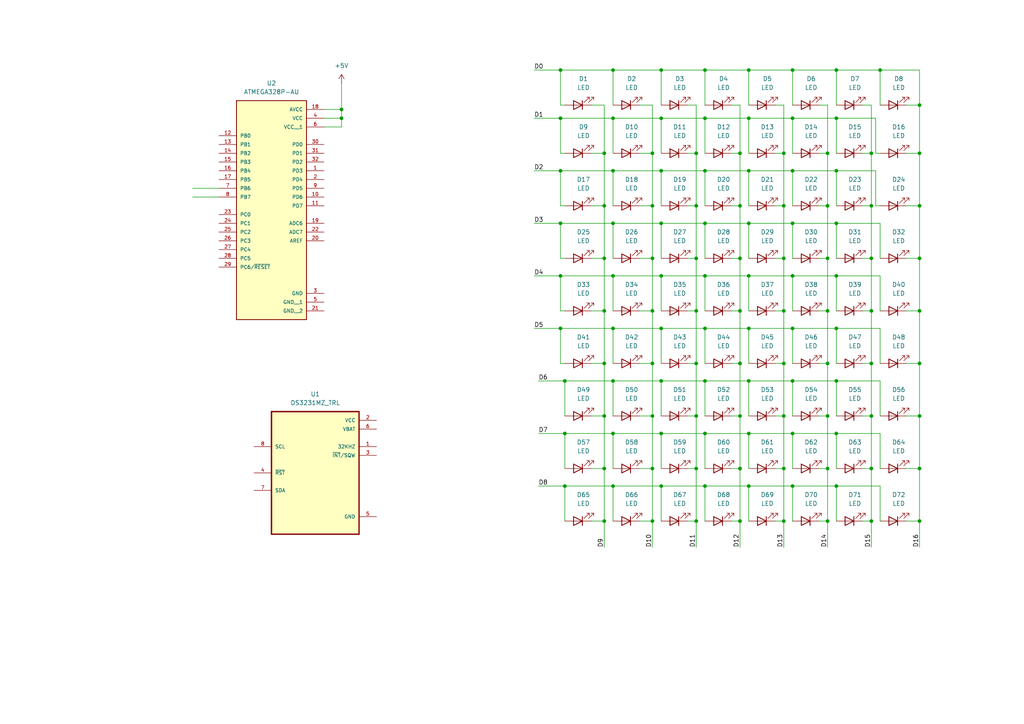
<source format=kicad_sch>
(kicad_sch (version 20250114) (generator "eeschema") (generator_version "9.0")
  (paper "A4")
  (lib_symbols
    (symbol "Device:LED" (pin_numbers (hide yes)) (pin_names (offset 1.016) (hide yes))
      (property "Reference" "D" (at 0 2.54 0))
      (property "Value" "LED" (at 0 -2.54 0))
      (symbol "LED_0_1"
        (polyline (pts (xy -3.048 -0.762) (xy -4.572 -2.286) (xy -3.81 -2.286) (xy -4.572 -2.286) (xy -4.572 -1.524)))
        (polyline (pts (xy -1.778 -0.762) (xy -3.302 -2.286) (xy -2.54 -2.286) (xy -3.302 -2.286) (xy -3.302 -1.524)))
        (polyline (pts (xy -1.27 0) (xy 1.27 0)))
        (polyline (pts (xy -1.27 -1.27) (xy -1.27 1.27)) (stroke (width 0.254)))
        (polyline (pts (xy 1.27 -1.27) (xy 1.27 1.27) (xy -1.27 0) (xy 1.27 -1.27)) (stroke (width 0.254)))
      )
      (symbol "LED_1_1"
        (pin passive line (at -3.81 0 0) (length 2.54) (name "K") (number "1"))
        (pin passive line (at 3.81 0 180) (length 2.54) (name "A") (number "2"))
      )
    )
    (symbol "ESC:ATMEGA328P-AU" (pin_names (offset 1.016))
      (property "Reference" "U" (at -10.1755 29.2546 0))
      (property "Value" "ATMEGA328P-AU" (at -10.1669 -39.3914 0))
      (symbol "ATMEGA328P-AU_0_0"
        (rectangle (start -10.16 -35.56) (end 10.16 27.94) (stroke (width 0.254)) (fill (type background)))
        (pin bidirectional line (at -15.24 17.78 0) (length 5.08) (name "PB0") (number "12"))
        (pin bidirectional line (at -15.24 15.24 0) (length 5.08) (name "PB1") (number "13"))
        (pin bidirectional line (at -15.24 12.7 0) (length 5.08) (name "PB2") (number "14"))
        (pin bidirectional line (at -15.24 10.16 0) (length 5.08) (name "PB3") (number "15"))
        (pin bidirectional line (at -15.24 7.62 0) (length 5.08) (name "PB4") (number "16"))
        (pin bidirectional line (at -15.24 5.08 0) (length 5.08) (name "PB5") (number "17"))
        (pin bidirectional line (at -15.24 2.54 0) (length 5.08) (name "PB6") (number "7"))
        (pin bidirectional line (at -15.24 0 0) (length 5.08) (name "PB7") (number "8"))
        (pin bidirectional line (at -15.24 -5.08 0) (length 5.08) (name "PC0") (number "23"))
        (pin bidirectional line (at -15.24 -7.62 0) (length 5.08) (name "PC1") (number "24"))
        (pin bidirectional line (at -15.24 -10.16 0) (length 5.08) (name "PC2") (number "25"))
        (pin bidirectional line (at -15.24 -12.7 0) (length 5.08) (name "PC3") (number "26"))
        (pin bidirectional line (at -15.24 -15.24 0) (length 5.08) (name "PC4") (number "27"))
        (pin bidirectional line (at -15.24 -17.78 0) (length 5.08) (name "PC5") (number "28"))
        (pin bidirectional line (at -15.24 -20.32 0) (length 5.08) (name "PC6/~{RESET}") (number "29"))
        (pin power_in line (at 15.24 25.4 180) (length 5.08) (name "AVCC") (number "18"))
        (pin power_in line (at 15.24 22.86 180) (length 5.08) (name "VCC") (number "4"))
        (pin power_in line (at 15.24 20.32 180) (length 5.08) (name "VCC__1") (number "6"))
        (pin bidirectional line (at 15.24 15.24 180) (length 5.08) (name "PD0") (number "30"))
        (pin bidirectional line (at 15.24 12.7 180) (length 5.08) (name "PD1") (number "31"))
        (pin bidirectional line (at 15.24 10.16 180) (length 5.08) (name "PD2") (number "32"))
        (pin bidirectional line (at 15.24 7.62 180) (length 5.08) (name "PD3") (number "1"))
        (pin bidirectional line (at 15.24 5.08 180) (length 5.08) (name "PD4") (number "2"))
        (pin bidirectional line (at 15.24 2.54 180) (length 5.08) (name "PD5") (number "9"))
        (pin bidirectional line (at 15.24 0 180) (length 5.08) (name "PD6") (number "10"))
        (pin bidirectional line (at 15.24 -2.54 180) (length 5.08) (name "PD7") (number "11"))
        (pin bidirectional line (at 15.24 -7.62 180) (length 5.08) (name "ADC6") (number "19"))
        (pin bidirectional line (at 15.24 -10.16 180) (length 5.08) (name "ADC7") (number "22"))
        (pin input line (at 15.24 -12.7 180) (length 5.08) (name "AREF") (number "20"))
        (pin power_in line (at 15.24 -27.94 180) (length 5.08) (name "GND") (number "3"))
        (pin power_in line (at 15.24 -30.48 180) (length 5.08) (name "GND__1") (number "5"))
        (pin power_in line (at 15.24 -33.02 180) (length 5.08) (name "GND__2") (number "21"))
      )
    )
    (symbol "ESC:DS3231MZ_TRL" (pin_names (offset 1.016))
      (property "Reference" "U" (at -12.7 18.78 0))
      (property "Value" "DS3231MZ_TRL" (at -12.7 -21.78 0))
      (symbol "DS3231MZ_TRL_0_0"
        (rectangle (start -12.7 -17.78) (end 12.7 17.78) (stroke (width 0.41)) (fill (type background)))
        (pin input line (at -17.78 7.62 0) (length 5.08) (name "SCL") (number "8"))
        (pin bidirectional line (at -17.78 0 0) (length 5.08) (name "~{RST}") (number "4"))
        (pin bidirectional line (at -17.78 -5.08 0) (length 5.08) (name "SDA") (number "7"))
        (pin power_in line (at 17.78 15.24 180) (length 5.08) (name "VCC") (number "2"))
        (pin power_in line (at 17.78 12.7 180) (length 5.08) (name "VBAT") (number "6"))
        (pin output line (at 17.78 7.62 180) (length 5.08) (name "32KHZ") (number "1"))
        (pin output line (at 17.78 5.08 180) (length 5.08) (name "~{INT}/SQW") (number "3"))
        (pin power_in line (at 17.78 -12.7 180) (length 5.08) (name "GND") (number "5"))
      )
    )
    (symbol "power:+5V" (power) (pin_numbers (hide yes)) (pin_names (offset 0) (hide yes))
      (property "Value" "+5V" (at 0 3.556 0))
      (symbol "+5V_0_1"
        (polyline (pts (xy -0.762 1.27) (xy 0 2.54)))
        (polyline (pts (xy 0 2.54) (xy 0.762 1.27)))
        (polyline (pts (xy 0 0) (xy 0 2.54)))
      )
      (symbol "+5V_1_1"
        (pin power_in line (at 0 0 90) (length 0) (name "~") (number "1"))
      )
    )
  )
  (junction (at 266.7 74.93))
  (junction (at 229.87 49.53))
  (junction (at 217.17 34.29))
  (junction (at 242.57 140.97))
  (junction (at 266.7 59.69))
  (junction (at 242.57 110.49))
  (junction (at 214.63 151.13))
  (junction (at 229.87 34.29))
  (junction (at 242.57 34.29))
  (junction (at 189.23 135.89))
  (junction (at 266.7 90.17))
  (junction (at 240.03 74.93))
  (junction (at 191.77 34.29))
  (junction (at 175.26 151.13))
  (junction (at 189.23 90.17))
  (junction (at 189.23 151.13))
  (junction (at 217.17 110.49))
  (junction (at 266.7 120.65))
  (junction (at 229.87 95.25))
  (junction (at 229.87 80.01))
  (junction (at 177.8 20.32))
  (junction (at 177.8 140.97))
  (junction (at 240.03 135.89))
  (junction (at 201.93 90.17))
  (junction (at 240.03 151.13))
  (junction (at 214.63 105.41))
  (junction (at 191.77 140.97))
  (junction (at 204.47 95.25))
  (junction (at 240.03 105.41))
  (junction (at 162.56 49.53))
  (junction (at 227.33 59.69))
  (junction (at 204.47 110.49))
  (junction (at 175.26 105.41))
  (junction (at 229.87 140.97))
  (junction (at 252.73 59.69))
  (junction (at 240.03 120.65))
  (junction (at 191.77 125.73))
  (junction (at 214.63 90.17))
  (junction (at 175.26 44.45))
  (junction (at 227.33 74.93))
  (junction (at 252.73 44.45))
  (junction (at 242.57 49.53))
  (junction (at 217.17 80.01))
  (junction (at 242.57 20.32))
  (junction (at 266.7 151.13))
  (junction (at 201.93 74.93))
  (junction (at 229.87 20.32))
  (junction (at 227.33 135.89))
  (junction (at 204.47 80.01))
  (junction (at 189.23 120.65))
  (junction (at 204.47 49.53))
  (junction (at 214.63 135.89))
  (junction (at 189.23 59.69))
  (junction (at 227.33 90.17))
  (junction (at 201.93 44.45))
  (junction (at 189.23 74.93))
  (junction (at 162.56 20.32))
  (junction (at 162.56 64.77))
  (junction (at 201.93 135.89))
  (junction (at 191.77 95.25))
  (junction (at 252.73 151.13))
  (junction (at 204.47 140.97))
  (junction (at 227.33 44.45))
  (junction (at 242.57 125.73))
  (junction (at 162.56 80.01))
  (junction (at 99.06 31.75))
  (junction (at 204.47 34.29))
  (junction (at 163.83 125.73))
  (junction (at 240.03 59.69))
  (junction (at 177.8 110.49))
  (junction (at 240.03 90.17))
  (junction (at 191.77 80.01))
  (junction (at 217.17 64.77))
  (junction (at 242.57 95.25))
  (junction (at 191.77 64.77))
  (junction (at 201.93 120.65))
  (junction (at 229.87 125.73))
  (junction (at 252.73 105.41))
  (junction (at 177.8 80.01))
  (junction (at 214.63 120.65))
  (junction (at 214.63 44.45))
  (junction (at 227.33 120.65))
  (junction (at 175.26 74.93))
  (junction (at 201.93 59.69))
  (junction (at 191.77 20.32))
  (junction (at 252.73 120.65))
  (junction (at 175.26 59.69))
  (junction (at 217.17 49.53))
  (junction (at 177.8 49.53))
  (junction (at 177.8 64.77))
  (junction (at 266.7 105.41))
  (junction (at 175.26 135.89))
  (junction (at 189.23 44.45))
  (junction (at 175.26 90.17))
  (junction (at 214.63 59.69))
  (junction (at 255.27 20.32))
  (junction (at 266.7 44.45))
  (junction (at 252.73 135.89))
  (junction (at 163.83 140.97))
  (junction (at 189.23 105.41))
  (junction (at 175.26 120.65))
  (junction (at 162.56 95.25))
  (junction (at 217.17 125.73))
  (junction (at 177.8 95.25))
  (junction (at 227.33 151.13))
  (junction (at 177.8 125.73))
  (junction (at 252.73 74.93))
  (junction (at 229.87 110.49))
  (junction (at 163.83 110.49))
  (junction (at 217.17 95.25))
  (junction (at 204.47 125.73))
  (junction (at 242.57 80.01))
  (junction (at 266.7 30.48))
  (junction (at 229.87 64.77))
  (junction (at 217.17 20.32))
  (junction (at 177.8 34.29))
  (junction (at 227.33 105.41))
  (junction (at 252.73 90.17))
  (junction (at 201.93 105.41))
  (junction (at 162.56 34.29))
  (junction (at 191.77 49.53))
  (junction (at 242.57 64.77))
  (junction (at 191.77 110.49))
  (junction (at 99.06 34.29))
  (junction (at 266.7 135.89))
  (junction (at 217.17 140.97))
  (junction (at 201.93 151.13))
  (junction (at 214.63 74.93))
  (junction (at 240.03 44.45))
  (junction (at 204.47 64.77))
  (junction (at 204.47 20.32))
  (wire (pts (xy 199.39 90.17) (xy 201.93 90.17)))
  (wire (pts (xy 237.49 120.65) (xy 240.03 120.65)))
  (wire (pts (xy 154.94 49.53) (xy 162.56 49.53)))
  (wire (pts (xy 214.63 135.89) (xy 214.63 120.65)))
  (wire (pts (xy 162.56 34.29) (xy 177.8 34.29)))
  (wire (pts (xy 162.56 64.77) (xy 162.56 74.93)))
  (wire (pts (xy 171.45 105.41) (xy 175.26 105.41)))
  (wire (pts (xy 204.47 80.01) (xy 204.47 90.17)))
  (wire (pts (xy 191.77 125.73) (xy 191.77 135.89)))
  (wire (pts (xy 201.93 74.93) (xy 201.93 90.17)))
  (wire (pts (xy 199.39 135.89) (xy 201.93 135.89)))
  (wire (pts (xy 255.27 80.01) (xy 242.57 80.01)))
  (wire (pts (xy 171.45 135.89) (xy 175.26 135.89)))
  (wire (pts (xy 204.47 49.53) (xy 217.17 49.53)))
  (wire (pts (xy 189.23 44.45) (xy 189.23 59.69)))
  (wire (pts (xy 250.19 135.89) (xy 252.73 135.89)))
  (wire (pts (xy 240.03 151.13) (xy 240.03 135.89)))
  (wire (pts (xy 227.33 158.75) (xy 227.33 151.13)))
  (wire (pts (xy 191.77 80.01) (xy 191.77 90.17)))
  (wire (pts (xy 217.17 80.01) (xy 204.47 80.01)))
  (wire (pts (xy 242.57 34.29) (xy 254 34.29)))
  (wire (pts (xy 204.47 95.25) (xy 191.77 95.25)))
  (wire (pts (xy 162.56 20.32) (xy 177.8 20.32)))
  (wire (pts (xy 217.17 64.77) (xy 204.47 64.77)))
  (wire (pts (xy 224.79 135.89) (xy 227.33 135.89)))
  (wire (pts (xy 266.7 151.13) (xy 266.7 135.89)))
  (wire (pts (xy 262.89 59.69) (xy 266.7 59.69)))
  (wire (pts (xy 252.73 105.41) (xy 252.73 120.65)))
  (wire (pts (xy 262.89 105.41) (xy 266.7 105.41)))
  (wire (pts (xy 191.77 49.53) (xy 204.47 49.53)))
  (wire (pts (xy 177.8 140.97) (xy 163.83 140.97)))
  (wire (pts (xy 227.33 105.41) (xy 227.33 120.65)))
  (wire (pts (xy 177.8 64.77) (xy 177.8 74.93)))
  (wire (pts (xy 154.94 34.29) (xy 162.56 34.29)))
  (wire (pts (xy 191.77 34.29) (xy 204.47 34.29)))
  (wire (pts (xy 242.57 49.53) (xy 254 49.53)))
  (wire (pts (xy 171.45 59.69) (xy 175.26 59.69)))
  (wire (pts (xy 171.45 74.93) (xy 175.26 74.93)))
  (wire (pts (xy 255.27 20.32) (xy 266.7 20.32)))
  (wire (pts (xy 55.88 57.15) (xy 63.5 57.15)))
  (wire (pts (xy 217.17 49.53) (xy 229.87 49.53)))
  (wire (pts (xy 163.83 59.69) (xy 162.56 59.69)))
  (wire (pts (xy 227.33 151.13) (xy 224.79 151.13)))
  (wire (pts (xy 55.88 54.61) (xy 63.5 54.61)))
  (wire (pts (xy 191.77 34.29) (xy 191.77 44.45)))
  (wire (pts (xy 162.56 95.25) (xy 162.56 105.41)))
  (wire (pts (xy 162.56 44.45) (xy 162.56 34.29)))
  (wire (pts (xy 214.63 151.13) (xy 214.63 135.89)))
  (wire (pts (xy 201.93 44.45) (xy 201.93 59.69)))
  (wire (pts (xy 199.39 30.48) (xy 201.93 30.48)))
  (wire (pts (xy 191.77 95.25) (xy 191.77 105.41)))
  (wire (pts (xy 217.17 140.97) (xy 229.87 140.97)))
  (wire (pts (xy 229.87 80.01) (xy 217.17 80.01)))
  (wire (pts (xy 242.57 34.29) (xy 242.57 44.45)))
  (wire (pts (xy 254 44.45) (xy 254 34.29)))
  (wire (pts (xy 204.47 140.97) (xy 204.47 151.13)))
  (wire (pts (xy 177.8 20.32) (xy 177.8 30.48)))
  (wire (pts (xy 237.49 105.41) (xy 240.03 105.41)))
  (wire (pts (xy 163.83 110.49) (xy 163.83 120.65)))
  (wire (pts (xy 191.77 64.77) (xy 191.77 74.93)))
  (wire (pts (xy 237.49 44.45) (xy 240.03 44.45)))
  (wire (pts (xy 201.93 120.65) (xy 201.93 135.89)))
  (wire (pts (xy 214.63 74.93) (xy 214.63 59.69)))
  (wire (pts (xy 229.87 64.77) (xy 229.87 74.93)))
  (wire (pts (xy 266.7 90.17) (xy 266.7 74.93)))
  (wire (pts (xy 177.8 95.25) (xy 162.56 95.25)))
  (wire (pts (xy 240.03 120.65) (xy 240.03 105.41)))
  (wire (pts (xy 191.77 20.32) (xy 204.47 20.32)))
  (wire (pts (xy 199.39 74.93) (xy 201.93 74.93)))
  (wire (pts (xy 229.87 20.32) (xy 242.57 20.32)))
  (wire (pts (xy 250.19 59.69) (xy 252.73 59.69)))
  (wire (pts (xy 212.09 44.45) (xy 214.63 44.45)))
  (wire (pts (xy 204.47 34.29) (xy 217.17 34.29)))
  (wire (pts (xy 177.8 80.01) (xy 177.8 90.17)))
  (wire (pts (xy 224.79 90.17) (xy 227.33 90.17)))
  (wire (pts (xy 175.26 74.93) (xy 175.26 90.17)))
  (wire (pts (xy 242.57 20.32) (xy 242.57 30.48)))
  (wire (pts (xy 217.17 49.53) (xy 217.17 59.69)))
  (wire (pts (xy 250.19 90.17) (xy 252.73 90.17)))
  (wire (pts (xy 156.21 125.73) (xy 163.83 125.73)))
  (wire (pts (xy 242.57 110.49) (xy 229.87 110.49)))
  (wire (pts (xy 266.7 120.65) (xy 266.7 105.41)))
  (wire (pts (xy 242.57 64.77) (xy 242.57 74.93)))
  (wire (pts (xy 217.17 80.01) (xy 217.17 90.17)))
  (wire (pts (xy 175.26 158.75) (xy 175.26 151.13)))
  (wire (pts (xy 240.03 135.89) (xy 240.03 120.65)))
  (wire (pts (xy 242.57 20.32) (xy 255.27 20.32)))
  (wire (pts (xy 252.73 59.69) (xy 252.73 74.93)))
  (wire (pts (xy 240.03 158.75) (xy 240.03 151.13)))
  (wire (pts (xy 189.23 120.65) (xy 189.23 135.89)))
  (wire (pts (xy 177.8 110.49) (xy 163.83 110.49)))
  (wire (pts (xy 242.57 125.73) (xy 229.87 125.73)))
  (wire (pts (xy 177.8 125.73) (xy 163.83 125.73)))
  (wire (pts (xy 217.17 140.97) (xy 217.17 151.13)))
  (wire (pts (xy 177.8 140.97) (xy 177.8 151.13)))
  (wire (pts (xy 177.8 20.32) (xy 191.77 20.32)))
  (wire (pts (xy 93.98 36.83) (xy 99.06 36.83)))
  (wire (pts (xy 237.49 151.13) (xy 240.03 151.13)))
  (wire (pts (xy 214.63 105.41) (xy 214.63 90.17)))
  (wire (pts (xy 212.09 90.17) (xy 214.63 90.17)))
  (wire (pts (xy 177.8 110.49) (xy 177.8 120.65)))
  (wire (pts (xy 255.27 120.65) (xy 255.27 110.49)))
  (wire (pts (xy 162.56 49.53) (xy 177.8 49.53)))
  (wire (pts (xy 224.79 74.93) (xy 227.33 74.93)))
  (wire (pts (xy 204.47 140.97) (xy 191.77 140.97)))
  (wire (pts (xy 217.17 110.49) (xy 217.17 120.65)))
  (wire (pts (xy 99.06 34.29) (xy 99.06 36.83)))
  (wire (pts (xy 237.49 90.17) (xy 240.03 90.17)))
  (wire (pts (xy 212.09 135.89) (xy 214.63 135.89)))
  (wire (pts (xy 242.57 140.97) (xy 242.57 151.13)))
  (wire (pts (xy 255.27 64.77) (xy 242.57 64.77)))
  (wire (pts (xy 255.27 105.41) (xy 255.27 95.25)))
  (wire (pts (xy 227.33 135.89) (xy 227.33 151.13)))
  (wire (pts (xy 229.87 95.25) (xy 229.87 105.41)))
  (wire (pts (xy 252.73 44.45) (xy 252.73 59.69)))
  (wire (pts (xy 266.7 105.41) (xy 266.7 90.17)))
  (wire (pts (xy 171.45 120.65) (xy 175.26 120.65)))
  (wire (pts (xy 242.57 80.01) (xy 229.87 80.01)))
  (wire (pts (xy 262.89 120.65) (xy 266.7 120.65)))
  (wire (pts (xy 240.03 44.45) (xy 240.03 30.48)))
  (wire (pts (xy 242.57 80.01) (xy 242.57 90.17)))
  (wire (pts (xy 175.26 44.45) (xy 175.26 59.69)))
  (wire (pts (xy 204.47 110.49) (xy 191.77 110.49)))
  (wire (pts (xy 189.23 151.13) (xy 185.42 151.13)))
  (wire (pts (xy 229.87 125.73) (xy 217.17 125.73)))
  (wire (pts (xy 163.83 125.73) (xy 163.83 135.89)))
  (wire (pts (xy 204.47 34.29) (xy 204.47 44.45)))
  (wire (pts (xy 242.57 95.25) (xy 242.57 105.41)))
  (wire (pts (xy 250.19 30.48) (xy 252.73 30.48)))
  (wire (pts (xy 266.7 30.48) (xy 266.7 44.45)))
  (wire (pts (xy 262.89 74.93) (xy 266.7 74.93)))
  (wire (pts (xy 214.63 158.75) (xy 214.63 151.13)))
  (wire (pts (xy 201.93 59.69) (xy 201.93 74.93)))
  (wire (pts (xy 185.42 120.65) (xy 189.23 120.65)))
  (wire (pts (xy 237.49 74.93) (xy 240.03 74.93)))
  (wire (pts (xy 177.8 125.73) (xy 177.8 135.89)))
  (wire (pts (xy 204.47 49.53) (xy 204.47 59.69)))
  (wire (pts (xy 212.09 105.41) (xy 214.63 105.41)))
  (wire (pts (xy 185.42 44.45) (xy 189.23 44.45)))
  (wire (pts (xy 229.87 110.49) (xy 229.87 120.65)))
  (wire (pts (xy 266.7 30.48) (xy 262.89 30.48)))
  (wire (pts (xy 250.19 120.65) (xy 252.73 120.65)))
  (wire (pts (xy 227.33 44.45) (xy 227.33 59.69)))
  (wire (pts (xy 191.77 110.49) (xy 177.8 110.49)))
  (wire (pts (xy 189.23 74.93) (xy 189.23 90.17)))
  (wire (pts (xy 191.77 140.97) (xy 177.8 140.97)))
  (wire (pts (xy 262.89 90.17) (xy 266.7 90.17)))
  (wire (pts (xy 189.23 90.17) (xy 189.23 105.41)))
  (wire (pts (xy 229.87 95.25) (xy 217.17 95.25)))
  (wire (pts (xy 240.03 30.48) (xy 237.49 30.48)))
  (wire (pts (xy 171.45 90.17) (xy 175.26 90.17)))
  (wire (pts (xy 229.87 49.53) (xy 242.57 49.53)))
  (wire (pts (xy 214.63 90.17) (xy 214.63 74.93)))
  (wire (pts (xy 191.77 49.53) (xy 191.77 59.69)))
  (wire (pts (xy 252.73 151.13) (xy 250.19 151.13)))
  (wire (pts (xy 189.23 158.75) (xy 189.23 151.13)))
  (wire (pts (xy 177.8 95.25) (xy 177.8 105.41)))
  (wire (pts (xy 266.7 74.93) (xy 266.7 59.69)))
  (wire (pts (xy 242.57 95.25) (xy 229.87 95.25)))
  (wire (pts (xy 255.27 110.49) (xy 242.57 110.49)))
  (wire (pts (xy 204.47 110.49) (xy 204.47 120.65)))
  (wire (pts (xy 255.27 95.25) (xy 242.57 95.25)))
  (wire (pts (xy 175.26 30.48) (xy 175.26 44.45)))
  (wire (pts (xy 224.79 30.48) (xy 227.33 30.48)))
  (wire (pts (xy 217.17 125.73) (xy 204.47 125.73)))
  (wire (pts (xy 162.56 90.17) (xy 163.83 90.17)))
  (wire (pts (xy 185.42 135.89) (xy 189.23 135.89)))
  (wire (pts (xy 162.56 80.01) (xy 162.56 90.17)))
  (wire (pts (xy 255.27 90.17) (xy 255.27 80.01)))
  (wire (pts (xy 162.56 74.93) (xy 163.83 74.93)))
  (wire (pts (xy 229.87 140.97) (xy 242.57 140.97)))
  (wire (pts (xy 227.33 30.48) (xy 227.33 44.45)))
  (wire (pts (xy 217.17 140.97) (xy 204.47 140.97)))
  (wire (pts (xy 217.17 64.77) (xy 217.17 74.93)))
  (wire (pts (xy 242.57 49.53) (xy 242.57 59.69)))
  (wire (pts (xy 191.77 140.97) (xy 191.77 151.13)))
  (wire (pts (xy 229.87 80.01) (xy 229.87 90.17)))
  (wire (pts (xy 201.93 158.75) (xy 201.93 151.13)))
  (wire (pts (xy 154.94 20.32) (xy 162.56 20.32)))
  (wire (pts (xy 201.93 135.89) (xy 201.93 151.13)))
  (wire (pts (xy 175.26 135.89) (xy 175.26 151.13)))
  (wire (pts (xy 214.63 120.65) (xy 214.63 105.41)))
  (wire (pts (xy 229.87 34.29) (xy 242.57 34.29)))
  (wire (pts (xy 217.17 95.25) (xy 217.17 105.41)))
  (wire (pts (xy 177.8 80.01) (xy 162.56 80.01)))
  (wire (pts (xy 252.73 90.17) (xy 252.73 105.41)))
  (wire (pts (xy 262.89 135.89) (xy 266.7 135.89)))
  (wire (pts (xy 201.93 105.41) (xy 201.93 120.65)))
  (wire (pts (xy 199.39 44.45) (xy 201.93 44.45)))
  (wire (pts (xy 240.03 74.93) (xy 240.03 59.69)))
  (wire (pts (xy 212.09 151.13) (xy 214.63 151.13)))
  (wire (pts (xy 242.57 110.49) (xy 242.57 120.65)))
  (wire (pts (xy 224.79 59.69) (xy 227.33 59.69)))
  (wire (pts (xy 204.47 20.32) (xy 204.47 30.48)))
  (wire (pts (xy 99.06 31.75) (xy 99.06 34.29)))
  (wire (pts (xy 185.42 105.41) (xy 189.23 105.41)))
  (wire (pts (xy 93.98 34.29) (xy 99.06 34.29)))
  (wire (pts (xy 191.77 64.77) (xy 177.8 64.77)))
  (wire (pts (xy 229.87 49.53) (xy 229.87 59.69)))
  (wire (pts (xy 175.26 90.17) (xy 175.26 105.41)))
  (wire (pts (xy 191.77 20.32) (xy 191.77 30.48)))
  (wire (pts (xy 255.27 20.32) (xy 255.27 30.48)))
  (wire (pts (xy 217.17 34.29) (xy 229.87 34.29)))
  (wire (pts (xy 250.19 74.93) (xy 252.73 74.93)))
  (wire (pts (xy 227.33 120.65) (xy 227.33 135.89)))
  (wire (pts (xy 156.21 110.49) (xy 163.83 110.49)))
  (wire (pts (xy 229.87 64.77) (xy 217.17 64.77)))
  (wire (pts (xy 201.93 151.13) (xy 199.39 151.13)))
  (wire (pts (xy 199.39 59.69) (xy 201.93 59.69)))
  (wire (pts (xy 154.94 80.01) (xy 162.56 80.01)))
  (wire (pts (xy 177.8 49.53) (xy 191.77 49.53)))
  (wire (pts (xy 204.47 125.73) (xy 204.47 135.89)))
  (wire (pts (xy 266.7 158.75) (xy 266.7 151.13)))
  (wire (pts (xy 217.17 110.49) (xy 204.47 110.49)))
  (wire (pts (xy 177.8 64.77) (xy 162.56 64.77)))
  (wire (pts (xy 175.26 120.65) (xy 175.26 135.89)))
  (wire (pts (xy 191.77 125.73) (xy 177.8 125.73)))
  (wire (pts (xy 214.63 59.69) (xy 214.63 44.45)))
  (wire (pts (xy 224.79 120.65) (xy 227.33 120.65)))
  (wire (pts (xy 185.42 90.17) (xy 189.23 90.17)))
  (wire (pts (xy 266.7 135.89) (xy 266.7 120.65)))
  (wire (pts (xy 229.87 151.13) (xy 229.87 140.97)))
  (wire (pts (xy 237.49 59.69) (xy 240.03 59.69)))
  (wire (pts (xy 255.27 151.13) (xy 255.27 140.97)))
  (wire (pts (xy 252.73 158.75) (xy 252.73 151.13)))
  (wire (pts (xy 212.09 59.69) (xy 214.63 59.69)))
  (wire (pts (xy 177.8 49.53) (xy 177.8 59.69)))
  (wire (pts (xy 242.57 125.73) (xy 242.57 135.89)))
  (wire (pts (xy 185.42 59.69) (xy 189.23 59.69)))
  (wire (pts (xy 224.79 105.41) (xy 227.33 105.41)))
  (wire (pts (xy 175.26 105.41) (xy 175.26 120.65)))
  (wire (pts (xy 204.47 64.77) (xy 204.47 74.93)))
  (wire (pts (xy 191.77 110.49) (xy 191.77 120.65)))
  (wire (pts (xy 99.06 24.13) (xy 99.06 31.75)))
  (wire (pts (xy 189.23 59.69) (xy 189.23 74.93)))
  (wire (pts (xy 255.27 125.73) (xy 242.57 125.73)))
  (wire (pts (xy 154.94 95.25) (xy 162.56 95.25)))
  (wire (pts (xy 255.27 135.89) (xy 255.27 125.73)))
  (wire (pts (xy 156.21 140.97) (xy 163.83 140.97)))
  (wire (pts (xy 240.03 90.17) (xy 240.03 74.93)))
  (wire (pts (xy 227.33 74.93) (xy 227.33 90.17)))
  (wire (pts (xy 229.87 110.49) (xy 217.17 110.49)))
  (wire (pts (xy 252.73 135.89) (xy 252.73 151.13)))
  (wire (pts (xy 250.19 44.45) (xy 252.73 44.45)))
  (wire (pts (xy 177.8 34.29) (xy 177.8 44.45)))
  (wire (pts (xy 204.47 95.25) (xy 204.47 105.41)))
  (wire (pts (xy 252.73 30.48) (xy 252.73 44.45)))
  (wire (pts (xy 199.39 120.65) (xy 201.93 120.65)))
  (wire (pts (xy 177.8 34.29) (xy 191.77 34.29)))
  (wire (pts (xy 204.47 80.01) (xy 191.77 80.01)))
  (wire (pts (xy 266.7 20.32) (xy 266.7 30.48)))
  (wire (pts (xy 175.26 59.69) (xy 175.26 74.93)))
  (wire (pts (xy 229.87 125.73) (xy 229.87 135.89)))
  (wire (pts (xy 240.03 59.69) (xy 240.03 44.45)))
  (wire (pts (xy 162.56 59.69) (xy 162.56 49.53)))
  (wire (pts (xy 189.23 105.41) (xy 189.23 120.65)))
  (wire (pts (xy 204.47 64.77) (xy 191.77 64.77)))
  (wire (pts (xy 162.56 105.41) (xy 163.83 105.41)))
  (wire (pts (xy 217.17 125.73) (xy 217.17 135.89)))
  (wire (pts (xy 217.17 20.32) (xy 229.87 20.32)))
  (wire (pts (xy 240.03 105.41) (xy 240.03 90.17)))
  (wire (pts (xy 252.73 74.93) (xy 252.73 90.17)))
  (wire (pts (xy 212.09 120.65) (xy 214.63 120.65)))
  (wire (pts (xy 214.63 30.48) (xy 212.09 30.48)))
  (wire (pts (xy 93.98 31.75) (xy 99.06 31.75)))
  (wire (pts (xy 171.45 30.48) (xy 175.26 30.48)))
  (wire (pts (xy 175.26 151.13) (xy 171.45 151.13)))
  (wire (pts (xy 204.47 20.32) (xy 217.17 20.32)))
  (wire (pts (xy 227.33 59.69) (xy 227.33 74.93)))
  (wire (pts (xy 227.33 90.17) (xy 227.33 105.41)))
  (wire (pts (xy 229.87 20.32) (xy 229.87 30.48)))
  (wire (pts (xy 163.83 30.48) (xy 162.56 30.48)))
  (wire (pts (xy 229.87 34.29) (xy 229.87 44.45)))
  (wire (pts (xy 201.93 90.17) (xy 201.93 105.41)))
  (wire (pts (xy 255.27 44.45) (xy 254 44.45)))
  (wire (pts (xy 250.19 105.41) (xy 252.73 105.41)))
  (wire (pts (xy 237.49 135.89) (xy 240.03 135.89)))
  (wire (pts (xy 201.93 30.48) (xy 201.93 44.45)))
  (wire (pts (xy 262.89 151.13) (xy 266.7 151.13)))
  (wire (pts (xy 154.94 64.77) (xy 162.56 64.77)))
  (wire (pts (xy 199.39 105.41) (xy 201.93 105.41)))
  (wire (pts (xy 163.83 44.45) (xy 162.56 44.45)))
  (wire (pts (xy 189.23 135.89) (xy 189.23 151.13)))
  (wire (pts (xy 217.17 34.29) (xy 217.17 44.45)))
  (wire (pts (xy 262.89 44.45) (xy 266.7 44.45)))
  (wire (pts (xy 171.45 44.45) (xy 175.26 44.45)))
  (wire (pts (xy 191.77 95.25) (xy 177.8 95.25)))
  (wire (pts (xy 252.73 120.65) (xy 252.73 135.89)))
  (wire (pts (xy 266.7 59.69) (xy 266.7 44.45)))
  (wire (pts (xy 189.23 30.48) (xy 189.23 44.45)))
  (wire (pts (xy 185.42 74.93) (xy 189.23 74.93)))
  (wire (pts (xy 191.77 80.01) (xy 177.8 80.01)))
  (wire (pts (xy 224.79 44.45) (xy 227.33 44.45)))
  (wire (pts (xy 242.57 64.77) (xy 229.87 64.77)))
  (wire (pts (xy 254 49.53) (xy 254 59.69)))
  (wire (pts (xy 217.17 20.32) (xy 217.17 30.48)))
  (wire (pts (xy 162.56 30.48) (xy 162.56 20.32)))
  (wire (pts (xy 163.83 140.97) (xy 163.83 151.13)))
  (wire (pts (xy 212.09 74.93) (xy 214.63 74.93)))
  (wire (pts (xy 185.42 30.48) (xy 189.23 30.48)))
  (wire (pts (xy 204.47 125.73) (xy 191.77 125.73)))
  (wire (pts (xy 255.27 74.93) (xy 255.27 64.77)))
  (wire (pts (xy 254 59.69) (xy 255.27 59.69)))
  (wire (pts (xy 242.57 140.97) (xy 255.27 140.97)))
  (wire (pts (xy 217.17 95.25) (xy 204.47 95.25)))
  (wire (pts (xy 214.63 44.45) (xy 214.63 30.48)))
  (label "D9" (at 175.26 158.75 90))
  (label "D14" (at 240.03 158.75 90))
  (label "D12" (at 214.63 158.75 90))
  (label "D7" (at 156.21 125.73 0))
  (label "D5" (at 154.94 95.25 0))
  (label "D3" (at 154.94 64.77 0))
  (label "D0" (at 154.94 20.32 0))
  (label "D11" (at 201.93 158.75 90))
  (label "D8" (at 156.21 140.97 0))
  (label "D2" (at 154.94 49.53 0))
  (label "D6" (at 156.21 110.49 0))
  (label "D13" (at 227.33 158.75 90))
  (label "D4" (at 154.94 80.01 0))
  (label "D1" (at 154.94 34.29 0))
  (label "D10" (at 189.23 158.75 90))
  (label "D16" (at 266.7 158.75 90))
  (label "D15" (at 252.73 158.75 90))
  (symbol (lib_id "ESC:ATMEGA328P-AU") (at 78.74 57.15 0) (unit 1)
    (property "Reference" "U2" (at 78.74 24.13 0))
    (property "Value" "ATMEGA328P-AU" (at 78.74 26.67 0))
    (property "Footprint" "ATMEGA328P-AU:QFP80P900X900X120-32N" (effects (hide yes)))
    (property "PARTREV" "8271A" (effects (hide yes)))
    (property "STANDARD" "IPC-7351B" (effects (hide yes)))
    (property "MAXIMUM_PACKAGE_HEIGHT" "1.20mm" (effects (hide yes)))
    (property "MANUFACTURER" "Microchip" (effects (hide yes)))
  )
  (symbol (lib_id "Device:LED") (at 195.58 135.89 180) (unit 1)
    (property "Reference" "D59" (at 197.1675 128.27 0))
    (property "Value" "LED" (at 197.1675 130.81 0))
    (property "Description" "Light emitting diode" (effects (hide yes)))
    (property "Sim.Pins" "1=K 2=A" (effects (hide yes)))
  )
  (symbol (lib_id "Device:LED") (at 181.61 151.13 180) (unit 1)
    (property "Reference" "D66" (at 183.1975 143.51 0))
    (property "Value" "LED" (at 183.1975 146.05 0))
    (property "Description" "Light emitting diode" (effects (hide yes)))
    (property "Sim.Pins" "1=K 2=A" (effects (hide yes)))
  )
  (symbol (lib_id "Device:LED") (at 195.58 59.69 180) (unit 1)
    (property "Reference" "D19" (at 197.1675 52.07 0))
    (property "Value" "LED" (at 197.1675 54.61 0))
    (property "Description" "Light emitting diode" (effects (hide yes)))
    (property "Sim.Pins" "1=K 2=A" (effects (hide yes)))
  )
  (symbol (lib_id "Device:LED") (at 220.98 90.17 180) (unit 1)
    (property "Reference" "D37" (at 222.5675 82.55 0))
    (property "Value" "LED" (at 222.5675 85.09 0))
    (property "Description" "Light emitting diode" (effects (hide yes)))
    (property "Sim.Pins" "1=K 2=A" (effects (hide yes)))
  )
  (symbol (lib_id "Device:LED") (at 208.28 135.89 180) (unit 1)
    (property "Reference" "D60" (at 209.8675 128.27 0))
    (property "Value" "LED" (at 209.8675 130.81 0))
    (property "Description" "Light emitting diode" (effects (hide yes)))
    (property "Sim.Pins" "1=K 2=A" (effects (hide yes)))
  )
  (symbol (lib_id "Device:LED") (at 233.68 30.48 180) (unit 1)
    (property "Reference" "D6" (at 235.2675 22.86 0))
    (property "Value" "LED" (at 235.2675 25.4 0))
    (property "Description" "Light emitting diode" (effects (hide yes)))
    (property "Sim.Pins" "1=K 2=A" (effects (hide yes)))
  )
  (symbol (lib_id "Device:LED") (at 233.68 120.65 180) (unit 1)
    (property "Reference" "D54" (at 235.2675 113.03 0))
    (property "Value" "LED" (at 235.2675 115.57 0))
    (property "Description" "Light emitting diode" (effects (hide yes)))
    (property "Sim.Pins" "1=K 2=A" (effects (hide yes)))
  )
  (symbol (lib_id "Device:LED") (at 208.28 105.41 180) (unit 1)
    (property "Reference" "D44" (at 209.8675 97.79 0))
    (property "Value" "LED" (at 209.8675 100.33 0))
    (property "Description" "Light emitting diode" (effects (hide yes)))
    (property "Sim.Pins" "1=K 2=A" (effects (hide yes)))
  )
  (symbol (lib_id "power:+5V") (at 99.06 24.13 0) (unit 1)
    (property "Reference" "#PWR01" (effects (hide yes)))
    (property "Value" "+5V" (at 99.06 19.05 0))
    (property "Description" "Power symbol creates a global label with name \"+5V\"" (effects (hide yes)))
  )
  (symbol (lib_id "Device:LED") (at 208.28 151.13 180) (unit 1)
    (property "Reference" "D68" (at 209.8675 143.51 0))
    (property "Value" "LED" (at 209.8675 146.05 0))
    (property "Description" "Light emitting diode" (effects (hide yes)))
    (property "Sim.Pins" "1=K 2=A" (effects (hide yes)))
  )
  (symbol (lib_id "Device:LED") (at 220.98 151.13 180) (unit 1)
    (property "Reference" "D69" (at 222.5675 143.51 0))
    (property "Value" "LED" (at 222.5675 146.05 0))
    (property "Description" "Light emitting diode" (effects (hide yes)))
    (property "Sim.Pins" "1=K 2=A" (effects (hide yes)))
  )
  (symbol (lib_id "Device:LED") (at 233.68 135.89 180) (unit 1)
    (property "Reference" "D62" (at 235.2675 128.27 0))
    (property "Value" "LED" (at 235.2675 130.81 0))
    (property "Description" "Light emitting diode" (effects (hide yes)))
    (property "Sim.Pins" "1=K 2=A" (effects (hide yes)))
  )
  (symbol (lib_id "Device:LED") (at 181.61 44.45 180) (unit 1)
    (property "Reference" "D10" (at 183.1975 36.83 0))
    (property "Value" "LED" (at 183.1975 39.37 0))
    (property "Description" "Light emitting diode" (effects (hide yes)))
    (property "Sim.Pins" "1=K 2=A" (effects (hide yes)))
  )
  (symbol (lib_id "Device:LED") (at 246.38 44.45 180) (unit 1)
    (property "Reference" "D15" (at 247.9675 36.83 0))
    (property "Value" "LED" (at 247.9675 39.37 0))
    (property "Description" "Light emitting diode" (effects (hide yes)))
    (property "Sim.Pins" "1=K 2=A" (effects (hide yes)))
  )
  (symbol (lib_id "Device:LED") (at 259.08 120.65 180) (unit 1)
    (property "Reference" "D56" (at 260.6675 113.03 0))
    (property "Value" "LED" (at 260.6675 115.57 0))
    (property "Description" "Light emitting diode" (effects (hide yes)))
    (property "Sim.Pins" "1=K 2=A" (effects (hide yes)))
  )
  (symbol (lib_id "Device:LED") (at 233.68 90.17 180) (unit 1)
    (property "Reference" "D38" (at 235.2675 82.55 0))
    (property "Value" "LED" (at 235.2675 85.09 0))
    (property "Description" "Light emitting diode" (effects (hide yes)))
    (property "Sim.Pins" "1=K 2=A" (effects (hide yes)))
  )
  (symbol (lib_id "Device:LED") (at 167.64 44.45 180) (unit 1)
    (property "Reference" "D9" (at 169.2275 36.83 0))
    (property "Value" "LED" (at 169.2275 39.37 0))
    (property "Description" "Light emitting diode" (effects (hide yes)))
    (property "Sim.Pins" "1=K 2=A" (effects (hide yes)))
  )
  (symbol (lib_id "Device:LED") (at 246.38 105.41 180) (unit 1)
    (property "Reference" "D47" (at 247.9675 97.79 0))
    (property "Value" "LED" (at 247.9675 100.33 0))
    (property "Description" "Light emitting diode" (effects (hide yes)))
    (property "Sim.Pins" "1=K 2=A" (effects (hide yes)))
  )
  (symbol (lib_id "Device:LED") (at 220.98 30.48 180) (unit 1)
    (property "Reference" "D5" (at 222.5675 22.86 0))
    (property "Value" "LED" (at 222.5675 25.4 0))
    (property "Description" "Light emitting diode" (effects (hide yes)))
    (property "Sim.Pins" "1=K 2=A" (effects (hide yes)))
  )
  (symbol (lib_id "Device:LED") (at 233.68 44.45 180) (unit 1)
    (property "Reference" "D14" (at 235.2675 36.83 0))
    (property "Value" "LED" (at 235.2675 39.37 0))
    (property "Description" "Light emitting diode" (effects (hide yes)))
    (property "Sim.Pins" "1=K 2=A" (effects (hide yes)))
  )
  (symbol (lib_id "Device:LED") (at 220.98 135.89 180) (unit 1)
    (property "Reference" "D61" (at 222.5675 128.27 0))
    (property "Value" "LED" (at 222.5675 130.81 0))
    (property "Description" "Light emitting diode" (effects (hide yes)))
    (property "Sim.Pins" "1=K 2=A" (effects (hide yes)))
  )
  (symbol (lib_id "Device:LED") (at 233.68 151.13 180) (unit 1)
    (property "Reference" "D70" (at 235.2675 143.51 0))
    (property "Value" "LED" (at 235.2675 146.05 0))
    (property "Description" "Light emitting diode" (effects (hide yes)))
    (property "Sim.Pins" "1=K 2=A" (effects (hide yes)))
  )
  (symbol (lib_id "Device:LED") (at 259.08 74.93 180) (unit 1)
    (property "Reference" "D32" (at 260.6675 67.31 0))
    (property "Value" "LED" (at 260.6675 69.85 0))
    (property "Description" "Light emitting diode" (effects (hide yes)))
    (property "Sim.Pins" "1=K 2=A" (effects (hide yes)))
  )
  (symbol (lib_id "Device:LED") (at 208.28 90.17 180) (unit 1)
    (property "Reference" "D36" (at 209.8675 82.55 0))
    (property "Value" "LED" (at 209.8675 85.09 0))
    (property "Description" "Light emitting diode" (effects (hide yes)))
    (property "Sim.Pins" "1=K 2=A" (effects (hide yes)))
  )
  (symbol (lib_id "Device:LED") (at 208.28 59.69 180) (unit 1)
    (property "Reference" "D20" (at 209.8675 52.07 0))
    (property "Value" "LED" (at 209.8675 54.61 0))
    (property "Description" "Light emitting diode" (effects (hide yes)))
    (property "Sim.Pins" "1=K 2=A" (effects (hide yes)))
  )
  (symbol (lib_id "Device:LED") (at 195.58 105.41 180) (unit 1)
    (property "Reference" "D43" (at 197.1675 97.79 0))
    (property "Value" "LED" (at 197.1675 100.33 0))
    (property "Description" "Light emitting diode" (effects (hide yes)))
    (property "Sim.Pins" "1=K 2=A" (effects (hide yes)))
  )
  (symbol (lib_id "Device:LED") (at 246.38 90.17 180) (unit 1)
    (property "Reference" "D39" (at 247.9675 82.55 0))
    (property "Value" "LED" (at 247.9675 85.09 0))
    (property "Description" "Light emitting diode" (effects (hide yes)))
    (property "Sim.Pins" "1=K 2=A" (effects (hide yes)))
  )
  (symbol (lib_id "Device:LED") (at 167.64 135.89 180) (unit 1)
    (property "Reference" "D57" (at 169.2275 128.27 0))
    (property "Value" "LED" (at 169.2275 130.81 0))
    (property "Description" "Light emitting diode" (effects (hide yes)))
    (property "Sim.Pins" "1=K 2=A" (effects (hide yes)))
  )
  (symbol (lib_id "Device:LED") (at 167.64 151.13 180) (unit 1)
    (property "Reference" "D65" (at 169.2275 143.51 0))
    (property "Value" "LED" (at 169.2275 146.05 0))
    (property "Description" "Light emitting diode" (effects (hide yes)))
    (property "Sim.Pins" "1=K 2=A" (effects (hide yes)))
  )
  (symbol (lib_id "Device:LED") (at 233.68 74.93 180) (unit 1)
    (property "Reference" "D30" (at 235.2675 67.31 0))
    (property "Value" "LED" (at 235.2675 69.85 0))
    (property "Description" "Light emitting diode" (effects (hide yes)))
    (property "Sim.Pins" "1=K 2=A" (effects (hide yes)))
  )
  (symbol (lib_id "Device:LED") (at 181.61 30.48 180) (unit 1)
    (property "Reference" "D2" (at 183.1975 22.86 0))
    (property "Value" "LED" (at 183.1975 25.4 0))
    (property "Description" "Light emitting diode" (effects (hide yes)))
    (property "Sim.Pins" "1=K 2=A" (effects (hide yes)))
  )
  (symbol (lib_id "Device:LED") (at 246.38 30.48 180) (unit 1)
    (property "Reference" "D7" (at 247.9675 22.86 0))
    (property "Value" "LED" (at 247.9675 25.4 0))
    (property "Description" "Light emitting diode" (effects (hide yes)))
    (property "Sim.Pins" "1=K 2=A" (effects (hide yes)))
  )
  (symbol (lib_id "Device:LED") (at 167.64 120.65 180) (unit 1)
    (property "Reference" "D49" (at 169.2275 113.03 0))
    (property "Value" "LED" (at 169.2275 115.57 0))
    (property "Description" "Light emitting diode" (effects (hide yes)))
    (property "Sim.Pins" "1=K 2=A" (effects (hide yes)))
  )
  (symbol (lib_id "Device:LED") (at 233.68 105.41 180) (unit 1)
    (property "Reference" "D46" (at 235.2675 97.79 0))
    (property "Value" "LED" (at 235.2675 100.33 0))
    (property "Description" "Light emitting diode" (effects (hide yes)))
    (property "Sim.Pins" "1=K 2=A" (effects (hide yes)))
  )
  (symbol (lib_id "Device:LED") (at 233.68 59.69 180) (unit 1)
    (property "Reference" "D22" (at 235.2675 52.07 0))
    (property "Value" "LED" (at 235.2675 54.61 0))
    (property "Description" "Light emitting diode" (effects (hide yes)))
    (property "Sim.Pins" "1=K 2=A" (effects (hide yes)))
  )
  (symbol (lib_id "Device:LED") (at 195.58 74.93 180) (unit 1)
    (property "Reference" "D27" (at 197.1675 67.31 0))
    (property "Value" "LED" (at 197.1675 69.85 0))
    (property "Description" "Light emitting diode" (effects (hide yes)))
    (property "Sim.Pins" "1=K 2=A" (effects (hide yes)))
  )
  (symbol (lib_id "Device:LED") (at 195.58 151.13 180) (unit 1)
    (property "Reference" "D67" (at 197.1675 143.51 0))
    (property "Value" "LED" (at 197.1675 146.05 0))
    (property "Description" "Light emitting diode" (effects (hide yes)))
    (property "Sim.Pins" "1=K 2=A" (effects (hide yes)))
  )
  (symbol (lib_id "Device:LED") (at 181.61 135.89 180) (unit 1)
    (property "Reference" "D58" (at 183.1975 128.27 0))
    (property "Value" "LED" (at 183.1975 130.81 0))
    (property "Description" "Light emitting diode" (effects (hide yes)))
    (property "Sim.Pins" "1=K 2=A" (effects (hide yes)))
  )
  (symbol (lib_id "Device:LED") (at 181.61 120.65 180) (unit 1)
    (property "Reference" "D50" (at 183.1975 113.03 0))
    (property "Value" "LED" (at 183.1975 115.57 0))
    (property "Description" "Light emitting diode" (effects (hide yes)))
    (property "Sim.Pins" "1=K 2=A" (effects (hide yes)))
  )
  (symbol (lib_id "Device:LED") (at 181.61 105.41 180) (unit 1)
    (property "Reference" "D42" (at 183.1975 97.79 0))
    (property "Value" "LED" (at 183.1975 100.33 0))
    (property "Description" "Light emitting diode" (effects (hide yes)))
    (property "Sim.Pins" "1=K 2=A" (effects (hide yes)))
  )
  (symbol (lib_id "Device:LED") (at 167.64 30.48 180) (unit 1)
    (property "Reference" "D1" (at 169.2275 22.86 0))
    (property "Value" "LED" (at 169.2275 25.4 0))
    (property "Description" "Light emitting diode" (effects (hide yes)))
    (property "Sim.Pins" "1=K 2=A" (effects (hide yes)))
  )
  (symbol (lib_id "Device:LED") (at 246.38 74.93 180) (unit 1)
    (property "Reference" "D31" (at 247.9675 67.31 0))
    (property "Value" "LED" (at 247.9675 69.85 0))
    (property "Description" "Light emitting diode" (effects (hide yes)))
    (property "Sim.Pins" "1=K 2=A" (effects (hide yes)))
  )
  (symbol (lib_id "Device:LED") (at 208.28 30.48 180) (unit 1)
    (property "Reference" "D4" (at 209.8675 22.86 0))
    (property "Value" "LED" (at 209.8675 25.4 0))
    (property "Description" "Light emitting diode" (effects (hide yes)))
    (property "Sim.Pins" "1=K 2=A" (effects (hide yes)))
  )
  (symbol (lib_id "ESC:DS3231MZ_TRL") (at 91.44 137.16 0) (unit 1)
    (property "Reference" "U1" (at 91.44 114.3 0))
    (property "Value" "DS3231MZ_TRL" (at 91.44 116.84 0))
    (property "Footprint" "DS3231MZ_TRL:SOIC127P600X175-8N" (effects (hide yes)))
  )
  (symbol (lib_id "Device:LED") (at 181.61 74.93 180) (unit 1)
    (property "Reference" "D26" (at 183.1975 67.31 0))
    (property "Value" "LED" (at 183.1975 69.85 0))
    (property "Description" "Light emitting diode" (effects (hide yes)))
    (property "Sim.Pins" "1=K 2=A" (effects (hide yes)))
  )
  (symbol (lib_id "Device:LED") (at 220.98 74.93 180) (unit 1)
    (property "Reference" "D29" (at 222.5675 67.31 0))
    (property "Value" "LED" (at 222.5675 69.85 0))
    (property "Description" "Light emitting diode" (effects (hide yes)))
    (property "Sim.Pins" "1=K 2=A" (effects (hide yes)))
  )
  (symbol (lib_id "Device:LED") (at 167.64 74.93 180) (unit 1)
    (property "Reference" "D25" (at 169.2275 67.31 0))
    (property "Value" "LED" (at 169.2275 69.85 0))
    (property "Description" "Light emitting diode" (effects (hide yes)))
    (property "Sim.Pins" "1=K 2=A" (effects (hide yes)))
  )
  (symbol (lib_id "Device:LED") (at 246.38 120.65 180) (unit 1)
    (property "Reference" "D55" (at 247.9675 113.03 0))
    (property "Value" "LED" (at 247.9675 115.57 0))
    (property "Description" "Light emitting diode" (effects (hide yes)))
    (property "Sim.Pins" "1=K 2=A" (effects (hide yes)))
  )
  (symbol (lib_id "Device:LED") (at 246.38 135.89 180) (unit 1)
    (property "Reference" "D63" (at 247.9675 128.27 0))
    (property "Value" "LED" (at 247.9675 130.81 0))
    (property "Description" "Light emitting diode" (effects (hide yes)))
    (property "Sim.Pins" "1=K 2=A" (effects (hide yes)))
  )
  (symbol (lib_id "Device:LED") (at 195.58 30.48 180) (unit 1)
    (property "Reference" "D3" (at 197.1675 22.86 0))
    (property "Value" "LED" (at 197.1675 25.4 0))
    (property "Description" "Light emitting diode" (effects (hide yes)))
    (property "Sim.Pins" "1=K 2=A" (effects (hide yes)))
  )
  (symbol (lib_id "Device:LED") (at 167.64 105.41 180) (unit 1)
    (property "Reference" "D41" (at 169.2275 97.79 0))
    (property "Value" "LED" (at 169.2275 100.33 0))
    (property "Description" "Light emitting diode" (effects (hide yes)))
    (property "Sim.Pins" "1=K 2=A" (effects (hide yes)))
  )
  (symbol (lib_id "Device:LED") (at 208.28 120.65 180) (unit 1)
    (property "Reference" "D52" (at 209.8675 113.03 0))
    (property "Value" "LED" (at 209.8675 115.57 0))
    (property "Description" "Light emitting diode" (effects (hide yes)))
    (property "Sim.Pins" "1=K 2=A" (effects (hide yes)))
  )
  (symbol (lib_id "Device:LED") (at 259.08 44.45 180) (unit 1)
    (property "Reference" "D16" (at 260.6675 36.83 0))
    (property "Value" "LED" (at 260.6675 39.37 0))
    (property "Description" "Light emitting diode" (effects (hide yes)))
    (property "Sim.Pins" "1=K 2=A" (effects (hide yes)))
  )
  (symbol (lib_id "Device:LED") (at 259.08 59.69 180) (unit 1)
    (property "Reference" "D24" (at 260.6675 52.07 0))
    (property "Value" "LED" (at 260.6675 54.61 0))
    (property "Description" "Light emitting diode" (effects (hide yes)))
    (property "Sim.Pins" "1=K 2=A" (effects (hide yes)))
  )
  (symbol (lib_id "Device:LED") (at 208.28 74.93 180) (unit 1)
    (property "Reference" "D28" (at 209.8675 67.31 0))
    (property "Value" "LED" (at 209.8675 69.85 0))
    (property "Description" "Light emitting diode" (effects (hide yes)))
    (property "Sim.Pins" "1=K 2=A" (effects (hide yes)))
  )
  (symbol (lib_id "Device:LED") (at 208.28 44.45 180) (unit 1)
    (property "Reference" "D12" (at 209.8675 36.83 0))
    (property "Value" "LED" (at 209.8675 39.37 0))
    (property "Description" "Light emitting diode" (effects (hide yes)))
    (property "Sim.Pins" "1=K 2=A" (effects (hide yes)))
  )
  (symbol (lib_id "Device:LED") (at 167.64 59.69 180) (unit 1)
    (property "Reference" "D17" (at 169.2275 52.07 0))
    (property "Value" "LED" (at 169.2275 54.61 0))
    (property "Description" "Light emitting diode" (effects (hide yes)))
    (property "Sim.Pins" "1=K 2=A" (effects (hide yes)))
  )
  (symbol (lib_id "Device:LED") (at 195.58 44.45 180) (unit 1)
    (property "Reference" "D11" (at 197.1675 36.83 0))
    (property "Value" "LED" (at 197.1675 39.37 0))
    (property "Description" "Light emitting diode" (effects (hide yes)))
    (property "Sim.Pins" "1=K 2=A" (effects (hide yes)))
  )
  (symbol (lib_id "Device:LED") (at 220.98 44.45 180) (unit 1)
    (property "Reference" "D13" (at 222.5675 36.83 0))
    (property "Value" "LED" (at 222.5675 39.37 0))
    (property "Description" "Light emitting diode" (effects (hide yes)))
    (property "Sim.Pins" "1=K 2=A" (effects (hide yes)))
  )
  (symbol (lib_id "Device:LED") (at 195.58 120.65 180) (unit 1)
    (property "Reference" "D51" (at 197.1675 113.03 0))
    (property "Value" "LED" (at 197.1675 115.57 0))
    (property "Description" "Light emitting diode" (effects (hide yes)))
    (property "Sim.Pins" "1=K 2=A" (effects (hide yes)))
  )
  (symbol (lib_id "Device:LED") (at 246.38 59.69 180) (unit 1)
    (property "Reference" "D23" (at 247.9675 52.07 0))
    (property "Value" "LED" (at 247.9675 54.61 0))
    (property "Description" "Light emitting diode" (effects (hide yes)))
    (property "Sim.Pins" "1=K 2=A" (effects (hide yes)))
  )
  (symbol (lib_id "Device:LED") (at 195.58 90.17 180) (unit 1)
    (property "Reference" "D35" (at 197.1675 82.55 0))
    (property "Value" "LED" (at 197.1675 85.09 0))
    (property "Description" "Light emitting diode" (effects (hide yes)))
    (property "Sim.Pins" "1=K 2=A" (effects (hide yes)))
  )
  (symbol (lib_id "Device:LED") (at 181.61 59.69 180) (unit 1)
    (property "Reference" "D18" (at 183.1975 52.07 0))
    (property "Value" "LED" (at 183.1975 54.61 0))
    (property "Description" "Light emitting diode" (effects (hide yes)))
    (property "Sim.Pins" "1=K 2=A" (effects (hide yes)))
  )
  (symbol (lib_id "Device:LED") (at 167.64 90.17 180) (unit 1)
    (property "Reference" "D33" (at 169.2275 82.55 0))
    (property "Value" "LED" (at 169.2275 85.09 0))
    (property "Description" "Light emitting diode" (effects (hide yes)))
    (property "Sim.Pins" "1=K 2=A" (effects (hide yes)))
  )
  (symbol (lib_id "Device:LED") (at 246.38 151.13 180) (unit 1)
    (property "Reference" "D71" (at 247.9675 143.51 0))
    (property "Value" "LED" (at 247.9675 146.05 0))
    (property "Description" "Light emitting diode" (effects (hide yes)))
    (property "Sim.Pins" "1=K 2=A" (effects (hide yes)))
  )
  (symbol (lib_id "Device:LED") (at 181.61 90.17 180) (unit 1)
    (property "Reference" "D34" (at 183.1975 82.55 0))
    (property "Value" "LED" (at 183.1975 85.09 0))
    (property "Description" "Light emitting diode" (effects (hide yes)))
    (property "Sim.Pins" "1=K 2=A" (effects (hide yes)))
  )
  (symbol (lib_id "Device:LED") (at 220.98 105.41 180) (unit 1)
    (property "Reference" "D45" (at 222.5675 97.79 0))
    (property "Value" "LED" (at 222.5675 100.33 0))
    (property "Description" "Light emitting diode" (effects (hide yes)))
    (property "Sim.Pins" "1=K 2=A" (effects (hide yes)))
  )
  (symbol (lib_id "Device:LED") (at 259.08 105.41 180) (unit 1)
    (property "Reference" "D48" (at 260.6675 97.79 0))
    (property "Value" "LED" (at 260.6675 100.33 0))
    (property "Description" "Light emitting diode" (effects (hide yes)))
    (property "Sim.Pins" "1=K 2=A" (effects (hide yes)))
  )
  (symbol (lib_id "Device:LED") (at 220.98 120.65 180) (unit 1)
    (property "Reference" "D53" (at 222.5675 113.03 0))
    (property "Value" "LED" (at 222.5675 115.57 0))
    (property "Description" "Light emitting diode" (effects (hide yes)))
    (property "Sim.Pins" "1=K 2=A" (effects (hide yes)))
  )
  (symbol (lib_id "Device:LED") (at 220.98 59.69 180) (unit 1)
    (property "Reference" "D21" (at 222.5675 52.07 0))
    (property "Value" "LED" (at 222.5675 54.61 0))
    (property "Description" "Light emitting diode" (effects (hide yes)))
    (property "Sim.Pins" "1=K 2=A" (effects (hide yes)))
  )
  (symbol (lib_id "Device:LED") (at 259.08 135.89 180) (unit 1)
    (property "Reference" "D64" (at 260.6675 128.27 0))
    (property "Value" "LED" (at 260.6675 130.81 0))
    (property "Description" "Light emitting diode" (effects (hide yes)))
    (property "Sim.Pins" "1=K 2=A" (effects (hide yes)))
  )
  (symbol (lib_id "Device:LED") (at 259.08 90.17 180) (unit 1)
    (property "Reference" "D40" (at 260.6675 82.55 0))
    (property "Value" "LED" (at 260.6675 85.09 0))
    (property "Description" "Light emitting diode" (effects (hide yes)))
    (property "Sim.Pins" "1=K 2=A" (effects (hide yes)))
  )
  (symbol (lib_id "Device:LED") (at 259.08 30.48 180) (unit 1)
    (property "Reference" "D8" (at 260.6675 22.86 0))
    (property "Value" "LED" (at 260.6675 25.4 0))
    (property "Description" "Light emitting diode" (effects (hide yes)))
    (property "Sim.Pins" "1=K 2=A" (effects (hide yes)))
  )
  (symbol (lib_id "Device:LED") (at 259.08 151.13 180) (unit 1)
    (property "Reference" "D72" (at 260.6675 143.51 0))
    (property "Value" "LED" (at 260.6675 146.05 0))
    (property "Description" "Light emitting diode" (effects (hide yes)))
    (property "Sim.Pins" "1=K 2=A" (effects (hide yes)))
  )
)
</source>
